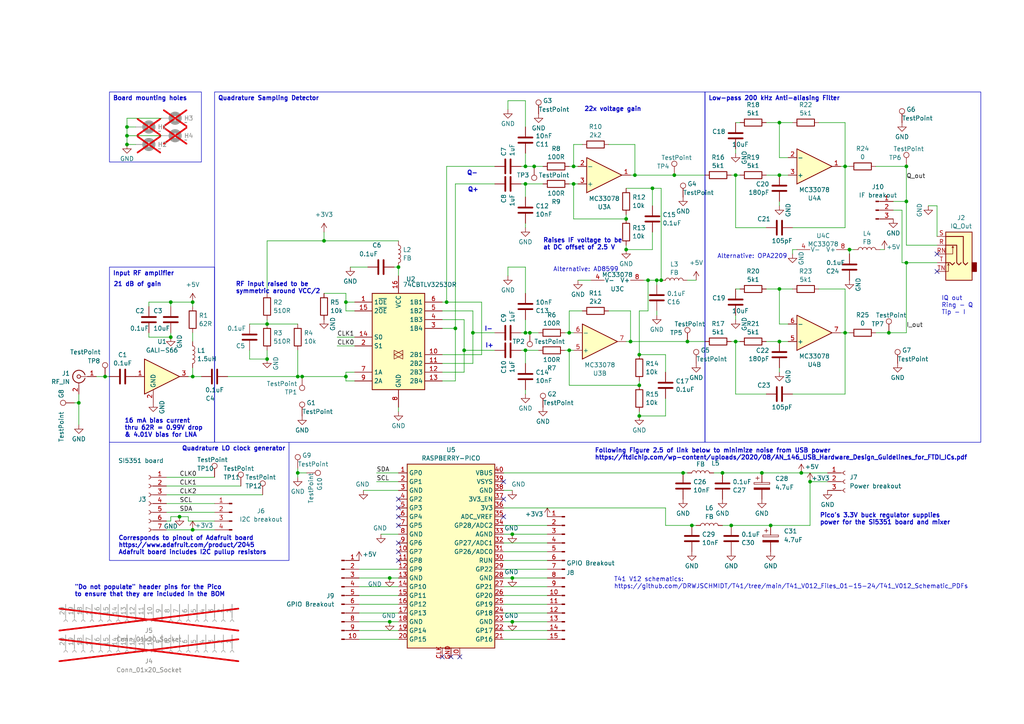
<source format=kicad_sch>
(kicad_sch (version 20231120) (generator "eeschema") (generator_version "8.0")
  (paper "A4")
  (title_block (title "VWS HF SDR") (date "2025-01-06") (rev "V3") (comment 1 "Heavily derived from T41 V12 RF board") (comment 2 "Designed by Oliver KI3P"))
  (junction (at 137.16 96.52))
  (junction (at 182.88 99.06))
  (junction (at 77.47 104.14))
  (junction (at 55.88 109.22))
  (junction (at 232.41 137.16))
  (junction (at 166.37 53.34))
  (junction (at 113.03 167.64))
  (junction (at 200.66 152.4))
  (junction (at 226.06 99.06))
  (junction (at 262.89 48.26))
  (junction (at 226.06 83.82))
  (junction (at 115.57 77.47))
  (junction (at 36.83 41.91))
  (junction (at 77.47 93.98))
  (junction (at 185.42 102.87))
  (junction (at 129.54 87.63))
  (junction (at 185.42 120.65))
  (junction (at 100.33 109.22))
  (junction (at 234.95 139.7))
  (junction (at 245.11 96.52))
  (junction (at 52.07 149.86))
  (junction (at 49.53 87.63))
  (junction (at 199.39 99.06))
  (junction (at 134.62 101.6))
  (junction (at 185.42 111.76))
  (junction (at 226.06 50.8))
  (junction (at 181.61 63.5))
  (junction (at 86.36 137.16))
  (junction (at 195.58 50.8))
  (junction (at 152.4 53.34))
  (junction (at 30.48 109.22))
  (junction (at 55.88 87.63))
  (junction (at 36.83 36.83))
  (junction (at 191.77 81.28))
  (junction (at 113.03 180.34))
  (junction (at 165.1 101.6))
  (junction (at 22.86 116.84))
  (junction (at 226.06 35.56))
  (junction (at 262.89 76.2))
  (junction (at 152.4 48.26))
  (junction (at 198.12 137.16))
  (junction (at 246.38 72.39))
  (junction (at 209.55 137.16))
  (junction (at 212.09 152.4))
  (junction (at 213.36 50.8))
  (junction (at 152.4 101.6))
  (junction (at 148.59 154.94))
  (junction (at 262.89 58.42))
  (junction (at 257.81 96.52))
  (junction (at 190.5 81.28))
  (junction (at 153.67 96.52))
  (junction (at 100.33 87.63))
  (junction (at 189.23 54.61))
  (junction (at 36.83 39.37))
  (junction (at 93.98 69.85))
  (junction (at 165.1 96.52))
  (junction (at 220.98 137.16))
  (junction (at 187.96 81.28))
  (junction (at 166.37 48.26))
  (junction (at 152.4 96.52))
  (junction (at 213.36 99.06))
  (junction (at 148.59 180.34))
  (junction (at 245.11 48.26))
  (junction (at 154.94 48.26))
  (junction (at 132.08 95.25))
  (junction (at 86.36 109.22))
  (junction (at 223.52 152.4))
  (junction (at 87.63 109.22))
  (junction (at 148.59 167.64))
  (junction (at 49.53 97.79))
  (junction (at 55.88 153.67))
  (junction (at 181.61 72.39))
  (junction (at 184.15 50.8))
  (no_connect (at 146.05 139.7))
  (no_connect (at 271.78 78.74))
  (no_connect (at 128.27 190.5))
  (no_connect (at 115.57 152.4))
  (no_connect (at 130.81 190.5))
  (no_connect (at 115.57 144.78))
  (no_connect (at 271.78 73.66))
  (no_connect (at 115.57 160.02))
  (no_connect (at 115.57 147.32))
  (no_connect (at 146.05 144.78))
  (no_connect (at 115.57 157.48))
  (no_connect (at 115.57 149.86))
  (no_connect (at 133.35 190.5))
  (no_connect (at 146.05 149.86))
  (no_connect (at 115.57 162.56))
  (wire (pts (xy 255.27 72.39) (xy 256.54 72.39)))
  (wire (pts (xy 128.27 102.87) (xy 139.7 102.87)))
  (wire (pts (xy 232.41 137.16) (xy 240.03 137.16)))
  (wire (pts (xy 163.83 96.52) (xy 165.1 96.52)))
  (wire (pts (xy 77.47 69.85) (xy 77.47 85.09)))
  (wire (pts (xy 213.36 99.06) (xy 213.36 114.3)))
  (wire (pts (xy 167.64 81.28) (xy 171.45 81.28)))
  (wire (pts (xy 148.59 142.24) (xy 146.05 142.24)))
  (wire (pts (xy 104.14 172.72) (xy 115.57 172.72)))
  (wire (pts (xy 243.84 48.26) (xy 245.11 48.26)))
  (wire (pts (xy 48.26 148.59) (xy 62.23 148.59)))
  (wire (pts (xy 259.08 58.42) (xy 262.89 58.42)))
  (wire (pts (xy 226.06 99.06) (xy 228.6 99.06)))
  (wire (pts (xy 104.14 175.26) (xy 115.57 175.26)))
  (wire (pts (xy 22.86 114.3) (xy 22.86 116.84)))
  (wire (pts (xy 222.25 50.8) (xy 226.06 50.8)))
  (wire (pts (xy 43.18 97.79) (xy 49.53 97.79)))
  (wire (pts (xy 187.96 90.17) (xy 187.96 81.28)))
  (wire (pts (xy 190.5 81.28) (xy 191.77 81.28)))
  (wire (pts (xy 132.08 95.25) (xy 128.27 95.25)))
  (wire (pts (xy 229.87 114.3) (xy 245.11 114.3)))
  (wire (pts (xy 55.88 87.63) (xy 55.88 88.9)))
  (wire (pts (xy 259.08 60.96) (xy 261.62 60.96)))
  (wire (pts (xy 148.59 154.94) (xy 158.75 154.94)))
  (wire (pts (xy 115.57 118.11) (xy 115.57 119.38)))
  (wire (pts (xy 48.26 153.67) (xy 55.88 153.67)))
  (wire (pts (xy 151.13 96.52) (xy 152.4 96.52)))
  (wire (pts (xy 146.05 172.72) (xy 158.75 172.72)))
  (wire (pts (xy 165.1 101.6) (xy 165.1 111.76)))
  (wire (pts (xy 223.52 152.4) (xy 234.95 152.4)))
  (wire (pts (xy 128.27 110.49) (xy 132.08 110.49)))
  (wire (pts (xy 22.86 116.84) (xy 21.59 116.84)))
  (wire (pts (xy 245.11 66.04) (xy 245.11 48.26)))
  (wire (pts (xy 271.78 59.69) (xy 269.24 59.69)))
  (wire (pts (xy 193.04 120.65) (xy 185.42 120.65)))
  (wire (pts (xy 213.36 50.8) (xy 214.63 50.8)))
  (wire (pts (xy 228.6 45.72) (xy 226.06 45.72)))
  (wire (pts (xy 199.39 81.28) (xy 201.93 81.28)))
  (wire (pts (xy 128.27 87.63) (xy 129.54 87.63)))
  (wire (pts (xy 237.49 83.82) (xy 245.11 83.82)))
  (wire (pts (xy 165.1 111.76) (xy 185.42 111.76)))
  (wire (pts (xy 132.08 110.49) (xy 132.08 95.25)))
  (wire (pts (xy 220.98 137.16) (xy 232.41 137.16)))
  (wire (pts (xy 237.49 35.56) (xy 245.11 35.56)))
  (wire (pts (xy 49.53 87.63) (xy 55.88 87.63)))
  (wire (pts (xy 153.67 96.52) (xy 156.21 96.52)))
  (wire (pts (xy 190.5 90.17) (xy 190.5 91.44)))
  (wire (pts (xy 100.33 87.63) (xy 100.33 90.17)))
  (wire (pts (xy 115.57 77.47) (xy 115.57 80.01)))
  (wire (pts (xy 184.15 50.8) (xy 195.58 50.8)))
  (wire (pts (xy 52.07 149.86) (xy 54.61 149.86)))
  (wire (pts (xy 166.37 63.5) (xy 166.37 53.34)))
  (wire (pts (xy 143.51 48.26) (xy 129.54 48.26)))
  (wire (pts (xy 152.4 44.45) (xy 152.4 48.26)))
  (wire (pts (xy 213.36 114.3) (xy 222.25 114.3)))
  (wire (pts (xy 165.1 90.17) (xy 165.1 96.52)))
  (wire (pts (xy 77.47 101.6) (xy 77.47 104.14)))
  (wire (pts (xy 87.63 109.22) (xy 100.33 109.22)))
  (wire (pts (xy 213.36 83.82) (xy 214.63 83.82)))
  (wire (pts (xy 229.87 66.04) (xy 245.11 66.04)))
  (wire (pts (xy 226.06 35.56) (xy 229.87 35.56)))
  (wire (pts (xy 213.36 43.18) (xy 213.36 44.45)))
  (wire (pts (xy 49.53 149.86) (xy 49.53 151.13)))
  (wire (pts (xy 49.53 87.63) (xy 49.53 88.9)))
  (wire (pts (xy 245.11 48.26) (xy 246.38 48.26)))
  (wire (pts (xy 228.6 93.98) (xy 226.06 93.98)))
  (wire (pts (xy 245.11 96.52) (xy 246.38 96.52)))
  (wire (pts (xy 254 96.52) (xy 257.81 96.52)))
  (wire (pts (xy 200.66 152.4) (xy 201.93 152.4)))
  (wire (pts (xy 222.25 99.06) (xy 226.06 99.06)))
  (wire (pts (xy 176.53 41.91) (xy 184.15 41.91)))
  (wire (pts (xy 86.36 101.6) (xy 86.36 109.22)))
  (wire (pts (xy 146.05 182.88) (xy 158.75 182.88)))
  (wire (pts (xy 234.95 139.7) (xy 240.03 139.7)))
  (wire (pts (xy 109.22 139.7) (xy 115.57 139.7)))
  (wire (pts (xy 199.39 99.06) (xy 204.47 99.06)))
  (wire (pts (xy 152.4 29.21) (xy 152.4 36.83)))
  (wire (pts (xy 134.62 92.71) (xy 128.27 92.71)))
  (wire (pts (xy 148.59 167.64) (xy 146.05 167.64)))
  (wire (pts (xy 104.14 185.42) (xy 115.57 185.42)))
  (wire (pts (xy 43.18 87.63) (xy 49.53 87.63)))
  (wire (pts (xy 104.14 167.64) (xy 113.03 167.64)))
  (wire (pts (xy 226.06 106.68) (xy 226.06 107.95)))
  (wire (pts (xy 132.08 53.34) (xy 132.08 95.25)))
  (wire (pts (xy 154.94 48.26) (xy 157.48 48.26)))
  (wire (pts (xy 36.83 41.91) (xy 39.37 41.91)))
  (wire (pts (xy 158.75 167.64) (xy 148.59 167.64)))
  (wire (pts (xy 257.81 96.52) (xy 262.89 96.52)))
  (wire (pts (xy 49.53 96.52) (xy 49.53 97.79)))
  (wire (pts (xy 166.37 63.5) (xy 181.61 63.5)))
  (wire (pts (xy 129.54 87.63) (xy 139.7 87.63)))
  (wire (pts (xy 27.94 109.22) (xy 30.48 109.22)))
  (wire (pts (xy 207.01 137.16) (xy 209.55 137.16)))
  (wire (pts (xy 152.4 53.34) (xy 157.48 53.34)))
  (wire (pts (xy 229.87 72.39) (xy 229.87 73.66)))
  (wire (pts (xy 146.05 177.8) (xy 158.75 177.8)))
  (wire (pts (xy 104.14 170.18) (xy 115.57 170.18)))
  (wire (pts (xy 102.87 87.63) (xy 100.33 87.63)))
  (wire (pts (xy 193.04 147.32) (xy 193.04 152.4)))
  (wire (pts (xy 234.95 139.7) (xy 234.95 152.4)))
  (wire (pts (xy 193.04 102.87) (xy 185.42 102.87)))
  (wire (pts (xy 146.05 152.4) (xy 158.75 152.4)))
  (wire (pts (xy 104.14 180.34) (xy 113.03 180.34)))
  (wire (pts (xy 152.4 77.47) (xy 152.4 85.09)))
  (wire (pts (xy 246.38 72.39) (xy 246.38 73.66)))
  (wire (pts (xy 189.23 67.31) (xy 189.23 72.39)))
  (wire (pts (xy 97.79 97.79) (xy 102.87 97.79)))
  (wire (pts (xy 55.88 106.68) (xy 55.88 109.22)))
  (wire (pts (xy 262.89 48.26) (xy 262.89 58.42)))
  (wire (pts (xy 134.62 101.6) (xy 143.51 101.6)))
  (wire (pts (xy 262.89 76.2) (xy 262.89 96.52)))
  (wire (pts (xy 185.42 102.87) (xy 185.42 90.17)))
  (wire (pts (xy 137.16 105.41) (xy 137.16 96.52)))
  (wire (pts (xy 226.06 50.8) (xy 228.6 50.8)))
  (wire (pts (xy 182.88 99.06) (xy 199.39 99.06)))
  (wire (pts (xy 72.39 93.98) (xy 77.47 93.98)))
  (wire (pts (xy 55.88 153.67) (xy 62.23 153.67)))
  (wire (pts (xy 36.83 39.37) (xy 46.99 39.37)))
  (wire (pts (xy 48.26 140.97) (xy 69.85 140.97)))
  (wire (pts (xy 146.05 162.56) (xy 158.75 162.56)))
  (wire (pts (xy 152.4 113.03) (xy 152.4 114.3)))
  (wire (pts (xy 36.83 34.29) (xy 36.83 36.83)))
  (wire (pts (xy 226.06 83.82) (xy 229.87 83.82)))
  (wire (pts (xy 110.49 154.94) (xy 115.57 154.94)))
  (wire (pts (xy 168.91 90.17) (xy 165.1 90.17)))
  (wire (pts (xy 245.11 35.56) (xy 245.11 48.26)))
  (wire (pts (xy 212.09 99.06) (xy 213.36 99.06)))
  (wire (pts (xy 36.83 39.37) (xy 36.83 41.91)))
  (wire (pts (xy 147.32 80.01) (xy 147.32 77.47)))
  (wire (pts (xy 213.36 91.44) (xy 213.36 92.71)))
  (wire (pts (xy 77.47 93.98) (xy 86.36 93.98)))
  (wire (pts (xy 226.06 93.98) (xy 226.06 83.82)))
  (wire (pts (xy 104.14 165.1) (xy 115.57 165.1)))
  (wire (pts (xy 54.61 109.22) (xy 55.88 109.22)))
  (wire (pts (xy 86.36 137.16) (xy 88.9 137.16)))
  (wire (pts (xy 100.33 85.09) (xy 93.98 85.09)))
  (wire (pts (xy 165.1 96.52) (xy 166.37 96.52)))
  (wire (pts (xy 222.25 83.82) (xy 226.06 83.82)))
  (wire (pts (xy 105.41 142.24) (xy 115.57 142.24)))
  (wire (pts (xy 261.62 76.2) (xy 262.89 76.2)))
  (wire (pts (xy 185.42 90.17) (xy 187.96 90.17)))
  (wire (pts (xy 146.05 160.02) (xy 158.75 160.02)))
  (wire (pts (xy 77.47 92.71) (xy 77.47 93.98)))
  (wire (pts (xy 43.18 88.9) (xy 43.18 87.63)))
  (wire (pts (xy 212.09 50.8) (xy 213.36 50.8)))
  (wire (pts (xy 147.32 29.21) (xy 152.4 29.21)))
  (wire (pts (xy 86.36 135.89) (xy 86.36 137.16)))
  (wire (pts (xy 134.62 107.95) (xy 134.62 101.6)))
  (wire (pts (xy 128.27 90.17) (xy 137.16 90.17)))
  (wire (pts (xy 168.91 41.91) (xy 166.37 41.91)))
  (wire (pts (xy 163.83 101.6) (xy 165.1 101.6)))
  (wire (pts (xy 151.13 48.26) (xy 152.4 48.26)))
  (wire (pts (xy 152.4 92.71) (xy 152.4 96.52)))
  (wire (pts (xy 166.37 48.26) (xy 167.64 48.26)))
  (wire (pts (xy 195.58 50.8) (xy 204.47 50.8)))
  (wire (pts (xy 54.61 151.13) (xy 54.61 149.86)))
  (wire (pts (xy 114.3 77.47) (xy 115.57 77.47)))
  (wire (pts (xy 193.04 115.57) (xy 193.04 120.65)))
  (wire (pts (xy 190.5 81.28) (xy 190.5 82.55)))
  (wire (pts (xy 187.96 81.28) (xy 190.5 81.28)))
  (wire (pts (xy 55.88 109.22) (xy 58.42 109.22)))
  (wire (pts (xy 212.09 152.4) (xy 223.52 152.4)))
  (wire (pts (xy 165.1 48.26) (xy 166.37 48.26)))
  (wire (pts (xy 55.88 96.52) (xy 55.88 99.06)))
  (wire (pts (xy 152.4 96.52) (xy 153.67 96.52)))
  (wire (pts (xy 271.78 68.58) (xy 271.78 59.69)))
  (wire (pts (xy 262.89 58.42) (xy 262.89 71.12)))
  (wire (pts (xy 22.86 116.84) (xy 22.86 123.19)))
  (wire (pts (xy 152.4 53.34) (xy 152.4 57.15)))
  (wire (pts (xy 152.4 64.77) (xy 152.4 66.04)))
  (wire (pts (xy 104.14 182.88) (xy 115.57 182.88)))
  (wire (pts (xy 148.59 180.34) (xy 146.05 180.34)))
  (wire (pts (xy 158.75 180.34) (xy 148.59 180.34)))
  (wire (pts (xy 104.14 177.8) (xy 115.57 177.8)))
  (wire (pts (xy 182.88 99.06) (xy 181.61 99.06)))
  (wire (pts (xy 97.79 100.33) (xy 102.87 100.33)))
  (wire (pts (xy 48.26 146.05) (xy 62.23 146.05)))
  (wire (pts (xy 129.54 48.26) (xy 129.54 87.63)))
  (wire (pts (xy 189.23 54.61) (xy 191.77 54.61)))
  (wire (pts (xy 143.51 53.34) (xy 132.08 53.34)))
  (wire (pts (xy 128.27 105.41) (xy 137.16 105.41)))
  (wire (pts (xy 100.33 107.95) (xy 102.87 107.95)))
  (wire (pts (xy 166.37 53.34) (xy 167.64 53.34)))
  (wire (pts (xy 231.14 72.39) (xy 229.87 72.39)))
  (wire (pts (xy 193.04 152.4) (xy 200.66 152.4)))
  (wire (pts (xy 151.13 53.34) (xy 152.4 53.34)))
  (wire (pts (xy 165.1 101.6) (xy 166.37 101.6)))
  (wire (pts (xy 222.25 35.56) (xy 226.06 35.56)))
  (wire (pts (xy 181.61 62.23) (xy 181.61 63.5)))
  (wire (pts (xy 72.39 104.14) (xy 77.47 104.14)))
  (wire (pts (xy 86.36 137.16) (xy 86.36 138.43)))
  (wire (pts (xy 152.4 48.26) (xy 154.94 48.26)))
  (wire (pts (xy 49.53 149.86) (xy 52.07 149.86)))
  (wire (pts (xy 261.62 60.96) (xy 261.62 76.2)))
  (wire (pts (xy 109.22 137.16) (xy 115.57 137.16)))
  (wire (pts (xy 86.36 109.22) (xy 87.63 109.22)))
  (wire (pts (xy 100.33 109.22) (xy 100.33 107.95)))
  (wire (pts (xy 271.78 71.12) (xy 262.89 71.12)))
  (wire (pts (xy 254 48.26) (xy 262.89 48.26)))
  (wire (pts (xy 146.05 154.94) (xy 148.59 154.94)))
  (wire (pts (xy 182.88 90.17) (xy 182.88 99.06)))
  (wire (pts (xy 49.53 151.13) (xy 48.26 151.13)))
  (wire (pts (xy 184.15 50.8) (xy 182.88 50.8)))
  (wire (pts (xy 209.55 152.4) (xy 212.09 152.4)))
  (wire (pts (xy 134.62 101.6) (xy 134.62 92.71)))
  (wire (pts (xy 185.42 119.38) (xy 185.42 120.65)))
  (wire (pts (xy 185.42 110.49) (xy 185.42 111.76)))
  (wire (pts (xy 226.06 58.42) (xy 226.06 59.69)))
  (wire (pts (xy 189.23 72.39) (xy 181.61 72.39)))
  (wire (pts (xy 213.36 35.56) (xy 214.63 35.56)))
  (wire (pts (xy 113.03 167.64) (xy 115.57 167.64)))
  (wire (pts (xy 43.18 96.52) (xy 43.18 97.79)))
  (wire (pts (xy 147.32 31.75) (xy 147.32 29.21)))
  (wire (pts (xy 262.89 76.2) (xy 271.78 76.2)))
  (wire (pts (xy 245.11 83.82) (xy 245.11 96.52)))
  (wire (pts (xy 193.04 107.95) (xy 193.04 102.87)))
  (wire (pts (xy 152.4 101.6) (xy 152.4 105.41)))
  (wire (pts (xy 213.36 99.06) (xy 214.63 99.06)))
  (wire (pts (xy 226.06 45.72) (xy 226.06 35.56)))
  (wire (pts (xy 191.77 54.61) (xy 191.77 81.28)))
  (wire (pts (xy 66.04 109.22) (xy 86.36 109.22)))
  (wire (pts (xy 147.32 77.47) (xy 152.4 77.47)))
  (wire (pts (xy 113.03 180.34) (xy 115.57 180.34)))
  (wire (pts (xy 72.39 104.14) (xy 72.39 101.6)))
  (wire (pts (xy 31.75 109.22) (xy 30.48 109.22)))
  (wire (pts (xy 146.05 170.18) (xy 158.75 170.18)))
  (wire (pts (xy 139.7 102.87) (xy 139.7 87.63)))
  (wire (pts (xy 77.47 69.85) (xy 93.98 69.85)))
  (wire (pts (xy 213.36 66.04) (xy 213.36 50.8)))
  (wire (pts (xy 46.99 34.29) (xy 36.83 34.29)))
  (wire (pts (xy 186.69 81.28) (xy 187.96 81.28)))
  (wire (pts (xy 198.12 137.16) (xy 199.39 137.16)))
  (wire (pts (xy 209.55 137.16) (xy 220.98 137.16)))
  (wire (pts (xy 100.33 110.49) (xy 100.33 109.22)))
  (wire (pts (xy 36.83 36.83) (xy 36.83 39.37)))
  (wire (pts (xy 166.37 41.91) (xy 166.37 48.26)))
  (wire (pts (xy 128.27 107.95) (xy 134.62 107.95)))
  (wire (pts (xy 146.05 137.16) (xy 198.12 137.16)))
  (wire (pts (xy 146.05 175.26) (xy 158.75 175.26)))
  (wire (pts (xy 100.33 87.63) (xy 100.33 85.09)))
  (wire (pts (xy 39.37 36.83) (xy 36.83 36.83)))
  (wire (pts (xy 181.61 71.12) (xy 181.61 72.39)))
  (wire (pts (xy 243.84 96.52) (xy 245.11 96.52)))
  (wire (pts (xy 62.23 151.13) (xy 54.61 151.13)))
  (wire (pts (xy 165.1 53.34) (xy 166.37 53.34)))
  (wire (pts (xy 48.26 143.51) (xy 76.2 143.51)))
  (wire (pts (xy 137.16 96.52) (xy 143.51 96.52)))
  (wire (pts (xy 146.05 147.32) (xy 193.04 147.32)))
  (wire (pts (xy 146.05 165.1) (xy 158.75 165.1)))
  (wire (pts (xy 151.13 101.6) (xy 152.4 101.6)))
  (wire (pts (xy 184.15 41.91) (xy 184.15 50.8)))
  (wire (pts (xy 93.98 67.31) (xy 93.98 69.85)))
  (wire (pts (xy 189.23 54.61) (xy 189.23 59.69)))
  (wire (pts (xy 137.16 96.52) (xy 137.16 90.17)))
  (wire (pts (xy 176.53 90.17) (xy 182.88 90.17)))
  (wire (pts (xy 222.25 66.04) (xy 213.36 66.04)))
  (wire (pts (xy 93.98 69.85) (xy 115.57 69.85)))
  (wire (pts (xy 181.61 54.61) (xy 189.23 54.61)))
  (wire (pts (xy 146.05 157.48) (xy 158.75 157.48)))
  (wire (pts (xy 146.05 185.42) (xy 158.75 185.42)))
  (wire (pts (xy 102.87 110.49) (xy 100.33 110.49)))
  (wire (pts (xy 245.11 114.3) (xy 245.11 96.52)))
  (wire (pts (xy 246.38 72.39) (xy 247.65 72.39)))
  (wire (pts (xy 48.26 138.43) (xy 62.23 138.43)))
  (wire (pts (xy 101.6 77.47) (xy 106.68 77.47)))
  (wire (pts (xy 152.4 101.6) (xy 156.21 101.6)))
  (wire (pts (xy 100.33 90.17) (xy 102.87 90.17)))
  (text_box "Quadrature LO clock generator" (at 31.75 128.27 0) (size 52.07 34.29) (effects (font (size 1.27 1.27) (thickness 0.254) (bold yes)) (justify right top)))
  (text_box "Low-pass 200 kHz Anti-aliasing Filter" (at 204.47 26.67 0) (size 80.01 101.6) (effects (font (size 1.27 1.27) (thickness 0.254) (bold yes)) (justify left top)))
  (text_box "Quadrature Sampling Detector" (at 62.23 26.67 0) (size 142.24 101.6) (effects (font (size 1.27 1.27) (thickness 0.254) (bold yes)) (justify left top)))
  (text_box "Input RF amplifier" (at 31.75 77.47 0) (size 30.48 50.8) (effects (font (size 1.27 1.27) (thickness 0.254) (bold yes)) (justify left top)))
  (text_box "Board mounting holes" (at 31.75 26.67 0) (size 26.67 20.32) (effects (font (size 1.27 1.27) (thickness 0.254) (bold yes)) (justify left top)))
  (text "Q+" (at 135.636 55.118 0) (effects (font (size 1.27 1.27) (thickness 0.254) (bold yes)) (justify left)))
  (text "Raises IF voltage to be \nat DC offset of 2.5 V" (at 157.48 70.866 0) (effects (font (size 1.27 1.27) (thickness 0.254) (bold yes)) (justify left)))
  (text "T41 V12 schematics:\nhttps://github.com/DRWJSCHMIDT/T41/tree/main/T41_V012_Files_01-15-24/T41_V012_Schematic_PDFs" (at 178.054 169.164 0) (effects (font (size 1.27 1.27)) (justify left)))
  (text "Following Figure 2.5 of link below to minimize noise from USB power\nhttps://ftdichip.com/wp-content/uploads/2020/08/AN_146_USB_Hardware_Design_Guidelines_for_FTDI_ICs.pdf" (at 172.466 131.826 0) (effects (font (size 1.27 1.27) (thickness 0.254) (bold yes)) (justify left)))
  (text "Q-" (at 135.382 50.292 0) (effects (font (size 1.27 1.27) (thickness 0.254) (bold yes)) (justify left)))
  (text "Pico's 3.3V buck regulator supplies \npower for the Si5351 board and mixer" (at 237.744 150.622 0) (effects (font (size 1.27 1.27) (thickness 0.254) (bold yes)) (justify left)))
  (text "Alternative: OPA2209" (at 218.186 74.422 0) (effects (font (size 1.27 1.27))))
  (text "21 dB of gain" (at 39.878 82.55 0) (effects (font (size 1.27 1.27) (thickness 0.254) (bold yes))))
  (text "Alternative: AD8599" (at 169.926 78.232 0) (effects (font (size 1.27 1.27))))
  (text "I-" (at 140.462 95.504 0) (effects (font (size 1.27 1.27) (thickness 0.254) (bold yes)) (justify left)))
  (text "\"Do not populate\" header pins for the Pico\nto ensure that they are included in the BOM" (at 21.59 171.45 0) (effects (font (size 1.27 1.27) (thickness 0.254) (bold yes)) (justify left)))
  (text "16 mA bias current\nthru 62R = 0.99V drop\n& 4.01V bias for LNA" (at 36.068 124.206 0) (effects (font (size 1.27 1.27) (thickness 0.254) (bold yes)) (justify left)))
  (text "I+" (at 140.716 100.33 0) (effects (font (size 1.27 1.27) (thickness 0.254) (bold yes)) (justify left)))
  (text "IQ out\nRing - Q\nTip - I" (at 273.05 91.44 0) (effects (font (size 1.27 1.27)) (justify left bottom)))
  (text "22x voltage gain" (at 169.418 31.75 0) (effects (font (size 1.27 1.27) (thickness 0.254) (bold yes)) (justify left)))
  (text "RF input raised to be \nsymmetric around VCC/2" (at 68.326 83.566 0) (effects (font (size 1.27 1.27) (thickness 0.254) (bold yes)) (justify left)))
  (text "Corresponds to pinout of Adafruit board\nhttps://www.adafruit.com/product/2045\nAdafruit board includes I2C pullup resistors" (at 34.29 158.242 0) (effects (font (size 1.27 1.27) (thickness 0.254) (bold yes)) (justify left)))
  (label "CLK2" (at 52.07 143.51 0))
  (label "I_out" (at 262.89 95.25 0))
  (label "SCL" (at 52.07 146.05 0))
  (label "CLK1" (at 52.07 140.97 0))
  (label "SDA" (at 52.07 148.59 0))
  (label "SCL" (at 109.22 139.7 0))
  (label "Q_out" (at 262.89 52.07 0))
  (label "SDA" (at 109.22 137.16 0))
  (label "CLK1" (at 97.79 97.79 0))
  (label "CLK0" (at 52.07 138.43 0))
  (label "CLK0" (at 97.79 100.33 0))
  (symbol (lib_id "Device:L") (at 251.46 72.39 90) (unit 1)
    (property "Reference" "L4" (at 251.46 67.7404 90))
    (property "Value" "FB" (at 251.46 70.1646 90))
    (property "Footprint" "Resistor_SMD:R_1206_3216Metric_Pad1.30x1.75mm_HandSolder" (effects (hide yes)))
    (property "Mouser Part Number" "875-HZ1206E601R-10" (effects (hide yes)))
  )
  (symbol (lib_id "Connector:Conn_Coaxial") (at 22.86 109.22 0) (mirror y) (unit 1)
    (property "Reference" "J1" (at 20.3199 108.3011 0) (effects (justify left)))
    (property "Value" "RF_IN" (at 20.3199 110.7253 0) (effects (justify left)))
    (property "Footprint" "VWS-SDR:SMA_Vertical_and_Edgemount" (effects (hide yes)))
    (property "Mouser Part Number" "712-CONSMA001-G" (effects (hide yes)))
  )
  (symbol (lib_id "power:GND") (at 240.03 142.24 0) (unit 1)
    (property "Reference" "#PWR051" (effects (hide yes)))
    (property "Value" "GND" (at 240.03 146.3731 0))
  )
  (symbol (lib_id "Device:L") (at 205.74 152.4 90) (unit 1)
    (property "Reference" "L6" (at 205.74 147.32 90))
    (property "Value" "FB" (at 205.74 149.86 90))
    (property "Footprint" "Resistor_SMD:R_1206_3216Metric_Pad1.30x1.75mm_HandSolder" (effects (hide yes)))
    (property "Mouser Part Number" "875-HZ1206E601R-10" (effects (hide yes)))
  )
  (symbol (lib_id "power:GND") (at 49.53 97.79 0) (unit 1)
    (property "Reference" "#PWR04" (effects (hide yes)))
    (property "Value" "GND" (at 52.07 99.06 90))
  )
  (symbol (lib_id "power:GND") (at 212.09 160.02 0) (unit 1)
    (property "Reference" "#PWR046" (effects (hide yes)))
    (property "Value" "GND" (at 212.09 164.1531 0))
  )
  (symbol (lib_id "Device:R") (at 208.28 50.8 90) (unit 1)
    (property "Reference" "R16" (at 208.28 45.6397 90))
    (property "Value" "5k1" (at 208.28 48.0639 90))
    (property "Footprint" "Resistor_SMD:R_1206_3216Metric_Pad1.30x1.75mm_HandSolder" (effects (hide yes)))
    (property "Mouser Part Number" "652-CR1206JW-512ELF" (effects (hide yes)))
  )
  (symbol (lib_id "power:GND") (at 77.47 104.14 0) (unit 1)
    (property "Reference" "#PWR06" (effects (hide yes)))
    (property "Value" "GND" (at 80.01 105.41 90))
  )
  (symbol (lib_id "Device:R") (at 185.42 115.57 0) (mirror y) (unit 1)
    (property "Reference" "R15" (at 187.198 114.3579 0) (effects (justify right)))
    (property "Value" "10k" (at 187.198 116.7821 0) (effects (justify right)))
    (property "Footprint" "Resistor_SMD:R_1206_3216Metric_Pad1.30x1.75mm_HandSolder" (effects (hide yes)))
    (property "Mouser Part Number" "652-CR1206FX-1002ELF" (effects (hide yes)))
  )
  (symbol (lib_id "Device:C") (at 213.36 87.63 0) (mirror x) (unit 1)
    (property "Reference" "C19" (at 210.439 86.4179 0) (effects (justify right)))
    (property "Value" "10uF" (at 217.17 90.17 0) (effects (justify right)))
    (property "Footprint" "Capacitor_SMD:C_1206_3216Metric_Pad1.33x1.80mm_HandSolder" (effects (hide yes)))
    (property "Mouser Part Number" "80-C1206C106K4P" (effects (hide yes)))
  )
  (symbol (lib_id "Amplifier_Operational:MC33078") (at 236.22 48.26 0) (mirror x) (unit 1)
    (property "Reference" "U4" (at 236.22 57.4843 0))
    (property "Value" "MC33078" (at 236.22 55.0601 0))
    (property "Footprint" "Package_SO:SOIC-8_3.9x4.9mm_P1.27mm" (effects (hide yes)))
    (property "Datasheet" "https://www.onsemi.com/pub/Collateral/MC33078-D.PDF" (effects (hide yes)))
    (property "Mouser Part Number" "595-MC33078DR" (effects (hide yes)))
  )
  (symbol (lib_id "power:GND") (at 113.03 180.34 0) (unit 1)
    (property "Reference" "#PWR040" (effects (hide yes)))
    (property "Value" "GND" (at 112.776 178.562 0))
  )
  (symbol (lib_id "power:GND") (at 185.42 120.65 0) (unit 1)
    (property "Reference" "#PWR020" (effects (hide yes)))
    (property "Value" "GND" (at 185.42 124.7831 0))
  )
  (symbol (lib_id "power:GND") (at 229.87 73.66 0) (unit 1)
    (property "Reference" "#PWR029" (effects (hide yes)))
    (property "Value" "GND" (at 232.41 74.93 90))
  )
  (symbol (lib_id "Device:C") (at 110.49 77.47 90) (mirror x) (unit 1)
    (property "Reference" "C6" (at 107.95 71.12 90) (effects (justify right)))
    (property "Value" "0.1uF" (at 104.14 73.66 90) (effects (justify right)))
    (property "Footprint" "Capacitor_SMD:C_1206_3216Metric_Pad1.33x1.80mm_HandSolder" (effects (hide yes)))
    (property "Mouser Part Number" "C1206C104K5RACTU" (effects (hide yes)))
  )
  (symbol (lib_id "Connector:TestPoint") (at 154.94 48.26 0) (mirror x) (unit 1)
    (property "Reference" "TP3" (at 149.86 50.8 0) (effects (justify left)))
    (property "Value" "TestPoint" (at 156.21 50.8 0) (effects (justify left)))
    (property "Footprint" "Connector_PinHeader_2.54mm:PinHeader_1x01_P2.54mm_Vertical" (effects (hide yes)))
  )
  (symbol (lib_id "power:GND") (at 181.61 72.39 0) (unit 1)
    (property "Reference" "#PWR019" (effects (hide yes)))
    (property "Value" "GND" (at 181.61 76.5231 0))
  )
  (symbol (lib_id "Amplifier_Operational:MC33078") (at 173.99 99.06 0) (mirror x) (unit 2)
    (property "Reference" "U3" (at 173.99 108.2843 0))
    (property "Value" "MC33078" (at 173.99 105.8601 0))
    (property "Footprint" "Package_SO:SOIC-8_3.9x4.9mm_P1.27mm" (effects (hide yes)))
    (property "Datasheet" "https://www.onsemi.com/pub/Collateral/MC33078-D.PDF" (effects (hide yes)))
    (property "Mouser Part Number" "595-MC33078DR" (effects (hide yes)))
  )
  (symbol (lib_id "Connector:TestPoint") (at 30.48 109.22 0) (mirror y) (unit 1)
    (property "Reference" "TP8" (at 29.083 104.7059 0) (effects (justify left)))
    (property "Value" "TestPoint" (at 29.21 102.108 0) (effects (justify left)))
    (property "Footprint" "Connector_PinHeader_2.54mm:PinHeader_1x01_P2.54mm_Vertical" (effects (hide yes)))
  )
  (symbol (lib_id "power:GND") (at 209.55 144.78 0) (unit 1)
    (property "Reference" "#PWR048" (effects (hide yes)))
    (property "Value" "GND" (at 209.55 148.9131 0))
  )
  (symbol (lib_id "Device:C") (at 209.55 140.97 0) (mirror y) (unit 1)
    (property "Reference" "C27" (at 212.471 142.1821 0) (effects (justify right)))
    (property "Value" "0.1uF" (at 212.471 139.7579 0) (effects (justify right)))
    (property "Footprint" "Capacitor_SMD:C_1206_3216Metric_Pad1.33x1.80mm_HandSolder" (effects (hide yes)))
    (property "Mouser Part Number" "C1206C104K5RACTU" (effects (hide yes)))
  )
  (symbol (lib_id "power:GND") (at 36.83 41.91 0) (unit 1)
    (property "Reference" "#PWR03" (effects (hide yes)))
    (property "Value" "GND" (at 36.83 46.0431 0))
  )
  (symbol (lib_id "power:GND") (at 44.45 116.84 0) (unit 1)
    (property "Reference" "#PWR02" (effects (hide yes)))
    (property "Value" "GND" (at 46.99 118.11 90))
  )
  (symbol (lib_id "Connector:TestPoint") (at 261.62 35.56 0) (unit 1)
    (property "Reference" "G6" (at 262.89 31.75 0) (effects (justify left)))
    (property "Value" "TestPoint" (at 261.62 34.29 0) (effects (justify left)))
    (property "Footprint" "Connector_PinHeader_2.54mm:PinHeader_1x01_P2.54mm_Vertical" (effects (hide yes)))
  )
  (symbol (lib_id "power:GND") (at 260.35 105.41 0) (unit 1)
    (property "Reference" "#PWR032" (effects (hide yes)))
    (property "Value" "GND" (at 260.35 109.5431 0))
  )
  (symbol (lib_id "Device:C") (at 246.38 77.47 0) (unit 1)
    (property "Reference" "C24" (at 243.459 78.6821 0) (effects (justify right)))
    (property "Value" "0.1uF" (at 245.11 76.2 0) (effects (justify right)))
    (property "Footprint" "Capacitor_SMD:C_1206_3216Metric_Pad1.33x1.80mm_HandSolder" (effects (hide yes)))
    (property "Mouser Part Number" "C1206C104K5RACTU" (effects (hide yes)))
  )
  (symbol (lib_id "Device:L") (at 55.88 102.87 0) (unit 1)
    (property "Reference" "L1" (at 57.1473 101.6579 0) (effects (justify left)))
    (property "Value" "1.5uH" (at 57.1473 104.0821 0) (effects (justify left)))
    (property "Footprint" "Resistor_SMD:R_1206_3216Metric_Pad1.30x1.75mm_HandSolder" (effects (hide yes)))
    (property "Mouser Part Number" "81-LQM31PN1R5M00L" (effects (hide yes)))
  )
  (symbol (lib_id "power:GND") (at 148.59 142.24 0) (unit 1)
    (property "Reference" "#PWR041" (effects (hide yes)))
    (property "Value" "GND" (at 150.368 140.462 0))
  )
  (symbol (lib_id "power:GND") (at 198.12 144.78 0) (unit 1)
    (property "Reference" "#PWR047" (effects (hide yes)))
    (property "Value" "GND" (at 198.12 148.9131 0))
  )
  (symbol (lib_id "Device:C_Polarized") (at 223.52 156.21 0) (unit 1)
    (property "Reference" "C31" (at 227.33 154.0509 0) (effects (justify left)))
    (property "Value" "4.7uF" (at 227.33 156.5909 0) (effects (justify left)))
    (property "Footprint" "Capacitor_THT:CP_Radial_D5.0mm_P2.00mm" (effects (hide yes)))
    (property "Description" "Polarized capacitor" (effects (hide yes)))
    (property "Mouser Part Number" " 80-ESK475M016AC3AA" (effects (hide yes)))
  )
  (symbol (lib_id "Connector:TestPoint") (at 199.39 99.06 0) (unit 1)
    (property "Reference" "TP5" (at 194.31 96.52 0) (effects (justify left)))
    (property "Value" "TestPoint" (at 195.58 93.98 0) (effects (justify left)))
    (property "Footprint" "Connector_PinHeader_2.54mm:PinHeader_1x01_P2.54mm_Vertical" (effects (hide yes)))
  )
  (symbol (lib_id "power:GND") (at 223.52 160.02 0) (unit 1)
    (property "Reference" "#PWR053" (effects (hide yes)))
    (property "Value" "GND" (at 223.52 164.1531 0))
  )
  (symbol (lib_id "power:+3V3") (at 234.95 139.7 0) (unit 1)
    (property "Reference" "#PWR050" (effects (hide yes)))
    (property "Value" "+3V3" (at 237.998 138.684 0))
  )
  (symbol (lib_id "power:GND") (at 190.5 91.44 0) (unit 1)
    (property "Reference" "#PWR021" (effects (hide yes)))
    (property "Value" "GND" (at 190.5 95.5731 0))
  )
  (symbol (lib_id "Connector:TestPoint") (at 156.21 33.02 0) (unit 1)
    (property "Reference" "G3" (at 157.48 29.21 0) (effects (justify left)))
    (property "Value" "TestPoint" (at 156.21 31.75 0) (effects (justify left)))
    (property "Footprint" "Connector_PinHeader_2.54mm:PinHeader_1x01_P2.54mm_Vertical" (effects (hide yes)))
  )
  (symbol (lib_id "Device:C") (at 147.32 53.34 270) (mirror x) (unit 1)
    (property "Reference" "C8" (at 146.1079 56.261 0) (effects (justify right)))
    (property "Value" "1uF" (at 148.5321 56.261 0) (effects (justify right)))
    (property "Footprint" "Capacitor_SMD:C_1206_3216Metric_Pad1.33x1.80mm_HandSolder" (effects (hide yes)))
    (property "Mouser Part Number" "187-CL31B105KBHNNNE" (effects (hide yes)))
  )
  (symbol (lib_id "Device:R") (at 181.61 58.42 0) (unit 1)
    (property "Reference" "R12" (at 183.388 57.2079 0) (effects (justify left)))
    (property "Value" "10k" (at 183.388 59.6321 0) (effects (justify left)))
    (property "Footprint" "Resistor_SMD:R_1206_3216Metric_Pad1.30x1.75mm_HandSolder" (effects (hide yes)))
    (property "Mouser Part Number" "652-CR1206FX-1002ELF" (effects (hide yes)))
  )
  (symbol (lib_id "Mechanical:MountingHole_Pad") (at 49.53 34.29 270) (unit 1) (in_bom no) (dnp yes)
    (property "Reference" "H3" (at 53.34 34.29 90) (effects (justify left)))
    (property "Value" "~" (at 53.34 35.5021 90) (effects (justify left)))
    (property "Footprint" "MountingHole:MountingHole_4.3mm_M4_DIN965_Pad" (effects (hide yes)))
  )
  (symbol (lib_id "Device:C") (at 226.06 102.87 0) (mirror x) (unit 1)
    (property "Reference" "C22" (at 223.139 101.6579 0) (effects (justify right)))
    (property "Value" "180pF" (at 223.139 104.0821 0) (effects (justify right)))
    (property "Footprint" "Capacitor_SMD:C_1206_3216Metric_Pad1.33x1.80mm_HandSolder" (effects (hide yes)))
    (property "Mouser Part Number" "791-1206B181K160CT" (effects (hide yes)))
  )
  (symbol (lib_id "power:GND") (at 201.93 105.41 0) (unit 1)
    (property "Reference" "#PWR024" (effects (hide yes)))
    (property "Value" "GND" (at 201.93 109.5431 0))
  )
  (symbol (lib_id "Device:R") (at 160.02 101.6 90) (mirror x) (unit 1)
    (property "Reference" "R7" (at 160.02 106.7603 90))
    (property "Value" "100R" (at 160.02 104.3361 90))
    (property "Footprint" "Resistor_SMD:R_1206_3216Metric_Pad1.30x1.75mm_HandSolder" (effects (hide yes)))
    (property "Mouser Part Number" "652-CR1206FX-1000ELF" (effects (hide yes)))
  )
  (symbol (lib_id "Device:R") (at 218.44 99.06 90) (unit 1)
    (property "Reference" "R21" (at 218.44 93.8997 90))
    (property "Value" "5k1" (at 218.44 96.3239 90))
    (property "Footprint" "Resistor_SMD:R_1206_3216Metric_Pad1.30x1.75mm_HandSolder" (effects (hide yes)))
    (property "Mouser Part Number" "652-CR1206JW-512ELF" (effects (hide yes)))
  )
  (symbol (lib_id "Connector:Conn_01x20_Socket") (at 44.45 189.23 270) (unit 1) (on_board no) (dnp yes)
    (property "Reference" "J4" (at 43.18 191.77 90))
    (property "Value" "Conn_01x20_Socket" (at 43.18 194.31 90))
    (property "Description" "Generic connector, single row, 01x20, script generated" (effects (hide yes)))
    (property "Tayda" "A-1310" (effects (hide yes)))
  )
  (symbol (lib_id "Connector:TestPoint") (at 198.12 57.15 0) (unit 1)
    (property "Reference" "G4" (at 199.39 53.34 0) (effects (justify left)))
    (property "Value" "TestPoint" (at 198.12 55.88 0) (effects (justify left)))
    (property "Footprint" "Connector_PinHeader_2.54mm:PinHeader_1x01_P2.54mm_Vertical" (effects (hide yes)))
  )
  (symbol (lib_id "power:GND") (at 156.21 33.02 0) (unit 1)
    (property "Reference" "#PWR016" (effects (hide yes)))
    (property "Value" "GND" (at 156.21 37.1531 0))
  )
  (symbol (lib_id "Device:L") (at 195.58 81.28 90) (unit 1)
    (property "Reference" "L3" (at 195.58 76.6304 90))
    (property "Value" "FB" (at 195.58 79.0546 90))
    (property "Footprint" "Resistor_SMD:R_1206_3216Metric_Pad1.30x1.75mm_HandSolder" (effects (hide yes)))
    (property "Mouser Part Number" "875-HZ1206E601R-10" (effects (hide yes)))
  )
  (symbol (lib_id "power:GND") (at 52.07 149.86 0) (unit 1)
    (property "Reference" "#PWR036" (effects (hide yes)))
    (property "Value" "GND" (at 49.53 152.654 0))
  )
  (symbol (lib_id "Device:R") (at 160.02 96.52 90) (unit 1)
    (property "Reference" "R6" (at 160.02 91.3597 90))
    (property "Value" "100R" (at 160.02 93.7839 90))
    (property "Footprint" "Resistor_SMD:R_1206_3216Metric_Pad1.30x1.75mm_HandSolder" (effects (hide yes)))
    (property "Mouser Part Number" "652-CR1206FX-1000ELF" (effects (hide yes)))
  )
  (symbol (lib_id "Device:L") (at 115.57 73.66 0) (unit 1)
    (property "Reference" "L2" (at 116.8372 72.4479 0) (effects (justify left)))
    (property "Value" "FB" (at 116.8372 74.8721 0) (effects (justify left)))
    (property "Footprint" "Resistor_SMD:R_1206_3216Metric_Pad1.30x1.75mm_HandSolder" (effects (hide yes)))
    (property "Mouser Part Number" "875-HZ1206E601R-10" (effects (hide yes)))
  )
  (symbol (lib_id "Device:R") (at 172.72 41.91 90) (unit 1)
    (property "Reference" "R10" (at 172.72 36.7497 90))
    (property "Value" "2k2" (at 172.72 39.1739 90))
    (property "Footprint" "Resistor_SMD:R_1206_3216Metric_Pad1.30x1.75mm_HandSolder" (effects (hide yes)))
    (property "Mouser Part Number" "652-CR1206FX-2201ELF" (effects (hide yes)))
  )
  (symbol (lib_id "Device:C") (at 190.5 86.36 0) (mirror y) (unit 1)
    (property "Reference" "C16" (at 193.421 87.5721 0) (effects (justify right)))
    (property "Value" "0.1uF" (at 193.421 85.1479 0) (effects (justify right)))
    (property "Footprint" "Capacitor_SMD:C_1206_3216Metric_Pad1.33x1.80mm_HandSolder" (effects (hide yes)))
    (property "Mouser Part Number" "C1206C104K5RACTU" (effects (hide yes)))
  )
  (symbol (lib_id "Connector:TestPoint") (at 88.9 137.16 270) (unit 1)
    (property "Reference" "G10" (at 92.71 138.43 0) (effects (justify left)))
    (property "Value" "TestPoint" (at 90.17 137.16 0) (effects (justify left)))
    (property "Footprint" "Connector_PinHeader_2.54mm:PinHeader_1x01_P2.54mm_Vertical" (effects (hide yes)))
  )
  (symbol (lib_id "Connector_Audio:AudioJack3_SwitchTR") (at 276.86 71.12 0) (mirror y) (unit 1)
    (property "Reference" "J2" (at 278.765 63.1657 0))
    (property "Value" "IQ_Out" (at 278.765 65.5899 0))
    (property "Footprint" "VWS-SDR:Jack_3.5mm_STX-3081_Horizontal" (effects (hide yes)))
    (property "Mouser Part Number" "490-SJ1-3515N" (effects (hide yes)))
  )
  (symbol (lib_id "power:GND") (at 152.4 114.3 0) (unit 1)
    (property "Reference" "#PWR015" (effects (hide yes)))
    (property "Value" "GND" (at 152.4 118.4331 0))
  )
  (symbol (lib_id "Device:C") (at 152.4 60.96 180) (unit 1)
    (property "Reference" "C12" (at 155.321 59.7479 0) (effects (justify right)))
    (property "Value" "10nF" (at 155.321 62.1721 0) (effects (justify right)))
    (property "Footprint" "Capacitor_SMD:C_1206_3216Metric_Pad1.33x1.80mm_HandSolder" (effects (hide yes)))
    (property "Mouser Part Number" "80-C1206C103K5R7210" (effects (hide yes)))
  )
  (symbol (lib_id "power:GND") (at 105.41 142.24 0) (unit 1)
    (property "Reference" "#PWR037" (effects (hide yes)))
    (property "Value" "GND" (at 105.156 140.462 0))
  )
  (symbol (lib_id "Device:R") (at 93.98 88.9 0) (unit 1)
    (property "Reference" "R5" (at 95.758 87.6879 0) (effects (justify left)))
    (property "Value" "10k" (at 95.758 90.1121 0) (effects (justify left)))
    (property "Footprint" "Resistor_SMD:R_1206_3216Metric_Pad1.30x1.75mm_HandSolder" (effects (hide yes)))
    (property "Mouser Part Number" "652-CR1206FX-1002ELF" (effects (hide yes)))
  )
  (symbol (lib_id "power:GND") (at 261.62 35.56 0) (unit 1)
    (property "Reference" "#PWR033" (effects (hide yes)))
    (property "Value" "GND" (at 261.62 39.6931 0))
  )
  (symbol (lib_id "power:GND") (at 86.36 138.43 0) (unit 1)
    (property "Reference" "#PWR057" (effects (hide yes)))
    (property "Value" "GND" (at 86.36 142.5631 0))
  )
  (symbol (lib_id "T41_Library:74CBTLV3253PWRE4") (at 115.57 102.87 0) (unit 1)
    (property "Reference" "U2" (at 117.7641 80.9457 0) (effects (justify left)))
    (property "Value" "74CBTLV3253DR" (at 116.84 82.55 0) (effects (justify left)))
    (property "Footprint" "Package_SO:SOIC-16_3.9x9.9mm_P1.27mm" (effects (hide yes)))
    (property "Datasheet" "https://www.ti.com/lit/ds/symlink/sn74cbtlv3253.pdf" (effects (hide yes)))
    (property "Mouser Part Number" "595-SN74CBTLV3253DR" (effects (hide yes)))
  )
  (symbol (lib_id "Device:R") (at 218.44 50.8 90) (unit 1)
    (property "Reference" "R19" (at 218.44 45.6397 90))
    (property "Value" "5k1" (at 218.44 48.0639 90))
    (property "Footprint" "Resistor_SMD:R_1206_3216Metric_Pad1.30x1.75mm_HandSolder" (effects (hide yes)))
    (property "Mouser Part Number" "652-CR1206JW-512ELF" (effects (hide yes)))
  )
  (symbol (lib_id "Device:L") (at 203.2 137.16 90) (unit 1)
    (property "Reference" "L5" (at 207.518 134.366 90))
    (property "Value" "FB" (at 203.2 134.62 90))
    (property "Footprint" "Resistor_SMD:R_1206_3216Metric_Pad1.30x1.75mm_HandSolder" (effects (hide yes)))
    (property "Mouser Part Number" "875-HZ1206E601R-10" (effects (hide yes)))
  )
  (symbol (lib_id "Mechanical:MountingHole_Pad") (at 49.53 39.37 270) (unit 1) (in_bom no) (dnp yes)
    (property "Reference" "H4" (at 53.34 39.37 90) (effects (justify left)))
    (property "Value" "~" (at 53.34 40.5821 90) (effects (justify left)))
    (property "Footprint" "MountingHole:MountingHole_4.3mm_M4_DIN965_Pad" (effects (hide yes)))
  )
  (symbol (lib_id "Mechanical:MountingHole_Pad") (at 41.91 36.83 270) (unit 1) (in_bom no) (dnp yes)
    (property "Reference" "H1" (at 45.72 36.83 90) (effects (justify left)))
    (property "Value" "~" (at 45.72 38.0421 90) (effects (justify left)))
    (property "Footprint" "MountingHole:MountingHole_4.3mm_M4_DIN965_Pad" (effects (hide yes)))
  )
  (symbol (lib_id "Connector:TestPoint") (at 153.67 96.52 0) (mirror x) (unit 1)
    (property "Reference" "TP2" (at 148.59 99.06 0) (effects (justify left)))
    (property "Value" "TestPoint" (at 154.94 99.06 0) (effects (justify left)))
    (property "Footprint" "Connector_PinHeader_2.54mm:PinHeader_1x01_P2.54mm_Vertical" (effects (hide yes)))
  )
  (symbol (lib_id "Device:C") (at 226.06 66.04 270) (mirror x) (unit 1)
    (property "Reference" "C21" (at 223.52 63.5 90) (effects (justify right)))
    (property "Value" "105pF" (at 229.87 69.85 90) (effects (justify right)))
    (property "Footprint" "Capacitor_SMD:C_1206_3216Metric_Pad1.33x1.80mm_HandSolder" (effects (hide yes)))
    (property "Mouser Part Number" "581-12065C101KAT2A" (effects (hide yes)))
  )
  (symbol (lib_id "power:GND") (at 147.32 80.01 0) (unit 1)
    (property "Reference" "#PWR013" (effects (hide yes)))
    (property "Value" "GND" (at 147.32 84.1431 0))
  )
  (symbol (lib_id "Device:C_Polarized") (at 220.98 140.97 0) (unit 1)
    (property "Reference" "C28" (at 224.79 138.8109 0) (effects (justify left)))
    (property "Value" "4.7uF" (at 224.79 141.3509 0) (effects (justify left)))
    (property "Footprint" "Capacitor_THT:CP_Radial_D5.0mm_P2.00mm" (effects (hide yes)))
    (property "Description" "Polarized capacitor" (effects (hide yes)))
    (property "Mouser Part Number" " 80-ESK475M016AC3AA" (effects (hide yes)))
  )
  (symbol (lib_id "Device:R") (at 233.68 83.82 90) (unit 1)
    (property "Reference" "R23" (at 233.68 78.6597 90))
    (property "Value" "5k1" (at 233.68 81.0839 90))
    (property "Footprint" "Resistor_SMD:R_1206_3216Metric_Pad1.30x1.75mm_HandSolder" (effects (hide yes)))
    (property "Mouser Part Number" "652-CR1206JW-512ELF" (effects (hide yes)))
  )
  (symbol (lib_id "power:GND") (at 246.38 81.28 0) (unit 1)
    (property "Reference" "#PWR030" (effects (hide yes)))
    (property "Value" "GND" (at 248.92 82.55 90))
  )
  (symbol (lib_id "Device:C") (at 226.06 54.61 0) (mirror x) (unit 1)
    (property "Reference" "C20" (at 223.139 53.3979 0) (effects (justify right)))
    (property "Value" "180pF" (at 223.139 55.8221 0) (effects (justify right)))
    (property "Footprint" "Capacitor_SMD:C_1206_3216Metric_Pad1.33x1.80mm_HandSolder" (effects (hide yes)))
    (property "Mouser Part Number" "791-1206B181K160CT" (effects (hide yes)))
  )
  (symbol (lib_id "Connector:TestPoint") (at 86.36 135.89 0) (unit 1)
    (property "Reference" "G9" (at 87.63 132.08 0) (effects (justify left)))
    (property "Value" "TestPoint" (at 86.36 134.62 0) (effects (justify left)))
    (property "Footprint" "Connector_PinHeader_2.54mm:PinHeader_1x01_P2.54mm_Vertical" (effects (hide yes)))
  )
  (symbol (lib_id "power:+5V") (at 201.93 81.28 0) (unit 1)
    (property "Reference" "#PWR023" (effects (hide yes)))
    (property "Value" "+5V" (at 201.93 76.2 0))
  )
  (symbol (lib_id "Connector:TestPoint") (at 260.35 105.41 0) (unit 1)
    (property "Reference" "G7" (at 261.62 101.6 0) (effects (justify left)))
    (property "Value" "TestPoint" (at 260.35 104.14 0) (effects (justify left)))
    (property "Footprint" "Connector_PinHeader_2.54mm:PinHeader_1x01_P2.54mm_Vertical" (effects (hide yes)))
  )
  (symbol (lib_id "Device:R") (at 233.68 35.56 90) (unit 1)
    (property "Reference" "R22" (at 233.68 30.3997 90))
    (property "Value" "5k1" (at 233.68 32.8239 90))
    (property "Footprint" "Resistor_SMD:R_1206_3216Metric_Pad1.30x1.75mm_HandSolder" (effects (hide yes)))
    (property "Mouser Part Number" "652-CR1206JW-512ELF" (effects (hide yes)))
  )
  (symbol (lib_id "Device:C") (at 147.32 48.26 270) (unit 1)
    (property "Reference" "C7" (at 146.1079 45.339 0) (effects (justify right)))
    (property "Value" "1uF" (at 148.5321 45.339 0) (effects (justify right)))
    (property "Footprint" "Capacitor_SMD:C_1206_3216Metric_Pad1.33x1.80mm_HandSolder" (effects (hide yes)))
    (property "Mouser Part Number" "187-CL31B105KBHNNNE" (effects (hide yes)))
  )
  (symbol (lib_id "Connector:TestPoint") (at 195.58 50.8 0) (unit 1)
    (property "Reference" "TP4" (at 190.5 48.26 0) (effects (justify left)))
    (property "Value" "TestPoint" (at 191.77 45.72 0) (effects (justify left)))
    (property "Footprint" "Connector_PinHeader_2.54mm:PinHeader_1x01_P2.54mm_Vertical" (effects (hide yes)))
  )
  (symbol (lib_id "power:GND") (at 226.06 107.95 0) (unit 1)
    (property "Reference" "#PWR028" (effects (hide yes)))
    (property "Value" "GND" (at 228.6 109.22 90))
  )
  (symbol (lib_id "Device:C") (at 49.53 92.71 180) (unit 1)
    (property "Reference" "C3" (at 44.45 90.17 0) (effects (justify right)))
    (property "Value" "10uF" (at 44.45 95.25 0) (effects (justify right)))
    (property "Footprint" "Capacitor_SMD:C_1206_3216Metric_Pad1.33x1.80mm_HandSolder" (effects (hide yes)))
    (property "Mouser Part Number" "80-C1206C106K4P" (effects (hide yes)))
  )
  (symbol (lib_id "power:GND") (at 147.32 31.75 0) (unit 1)
    (property "Reference" "#PWR012" (effects (hide yes)))
    (property "Value" "GND" (at 147.32 35.8831 0))
  )
  (symbol (lib_id "Device:C") (at 193.04 111.76 180) (unit 1)
    (property "Reference" "C17" (at 195.961 110.5479 0) (effects (justify right)))
    (property "Value" "0.1uF" (at 195.961 112.9721 0) (effects (justify right)))
    (property "Footprint" "Capacitor_SMD:C_1206_3216Metric_Pad1.33x1.80mm_HandSolder" (effects (hide yes)))
    (property "Mouser Part Number" "C1206C104K5RACTU" (effects (hide yes)))
  )
  (symbol (lib_id "power:+5V") (at 55.88 87.63 0) (unit 1)
    (property "Reference" "#PWR05" (effects (hide yes)))
    (property "Value" "+5V" (at 55.88 82.55 0))
  )
  (symbol (lib_id "power:+3V3") (at 55.88 153.67 0) (unit 1)
    (property "Reference" "#PWR035" (effects (hide yes)))
    (property "Value" "+3V3" (at 59.182 152.4 0))
  )
  (symbol (lib_id "Connector:Conn_01x10_Pin") (at 99.06 172.72 0) (unit 1)
    (property "Reference" "J9" (at 97.028 172.8357 0) (effects (justify right)))
    (property "Value" "GPIO Breakout" (at 97.028 175.26 0) (effects (justify right)))
    (property "Footprint" "Connector_PinSocket_2.54mm:PinSocket_1x10_P2.54mm_Vertical" (effects (hide yes)))
    (property "Description" "Generic connector, single row, 01x10, script generated" (effects (hide yes)))
  )
  (symbol (lib_id "power:+5V") (at 232.41 137.16 0) (unit 1)
    (property "Reference" "#PWR045" (effects (hide yes)))
    (property "Value" "+5V" (at 235.458 135.382 0))
  )
  (symbol (lib_id "Connector:Conn_01x04_Pin") (at 67.31 148.59 0) (mirror y) (unit 1)
    (property "Reference" "J6" (at 75.692 148.1977 0))
    (property "Value" "I2C breakout" (at 75.692 150.622 0))
    (property "Footprint" "Connector_PinHeader_2.54mm:PinHeader_1x04_P2.54mm_Vertical" (effects (hide yes)))
    (property "Description" "Generic connector, single row, 01x04, script generated" (effects (hide yes)))
  )
  (symbol (lib_id "Device:C") (at 72.39 97.79 0) (mirror x) (unit 1)
    (property "Reference" "C5" (at 71.12 100.33 0) (effects (justify right)))
    (property "Value" "0.1uF" (at 71.374 95.25 0) (effects (justify right)))
    (property "Footprint" "Capacitor_SMD:C_1206_3216Metric_Pad1.33x1.80mm_HandSolder" (effects (hide yes)))
    (property "Mouser Part Number" "C1206C104K5RACTU" (effects (hide yes)))
  )
  (symbol (lib_id "Device:C") (at 152.4 88.9 0) (mirror y) (unit 1)
    (property "Reference" "C13" (at 155.321 90.1121 0) (effects (justify right)))
    (property "Value" "10nF" (at 155.321 87.6879 0) (effects (justify right)))
    (property "Footprint" "Capacitor_SMD:C_1206_3216Metric_Pad1.33x1.80mm_HandSolder" (effects (hide yes)))
    (property "Mouser Part Number" "80-C1206C103K5R7210" (effects (hide yes)))
  )
  (symbol (lib_id "Device:C") (at 198.12 140.97 180) (unit 1)
    (property "Reference" "C26" (at 201.041 139.7579 0) (effects (justify right)))
    (property "Value" "10nF" (at 201.041 142.1821 0) (effects (justify right)))
    (property "Footprint" "Capacitor_SMD:C_1206_3216Metric_Pad1.33x1.80mm_HandSolder" (effects (hide yes)))
    (property "Mouser Part Number" "80-C1206C103K5R7210" (effects (hide yes)))
  )
  (symbol (lib_id "Device:C") (at 152.4 40.64 0) (mirror y) (unit 1)
    (property "Reference" "C11" (at 155.321 41.8521 0) (effects (justify right)))
    (property "Value" "10nF" (at 155.321 39.4279 0) (effects (justify right)))
    (property "Footprint" "Capacitor_SMD:C_1206_3216Metric_Pad1.33x1.80mm_HandSolder" (effects (hide yes)))
    (property "Mouser Part Number" "80-C1206C103K5R7210" (effects (hide yes)))
  )
  (symbol (lib_id "power:GND") (at 148.59 167.64 0) (unit 1)
    (property "Reference" "#PWR043" (effects (hide yes)))
    (property "Value" "GND" (at 148.336 165.862 0))
  )
  (symbol (lib_id "Connector:TestPoint") (at 69.85 140.97 0) (unit 1)
    (property "Reference" "TP11" (at 64.77 138.43 0) (effects (justify left)))
    (property "Value" "TestPoint" (at 64.77 135.89 0) (effects (justify left)))
    (property "Footprint" "Connector_PinHeader_2.54mm:PinHeader_1x01_P2.54mm_Vertical" (effects (hide yes)))
  )
  (symbol (lib_id "Device:R") (at 250.19 96.52 90) (unit 1)
    (property "Reference" "R25" (at 250.19 91.3597 90))
    (property "Value" "0" (at 250.19 93.7839 90))
    (property "Footprint" "Resistor_SMD:R_1206_3216Metric_Pad1.30x1.75mm_HandSolder" (effects (hide yes)))
    (property "Mouser Part Number" "71-CRCW12060000Z0EAC" (effects (hide yes)))
  )
  (symbol (lib_id "Amplifier_Operational:MC33078") (at 179.07 83.82 270) (unit 3)
    (property "Reference" "U3" (at 179.07 83.82 90))
    (property "Value" "MC33078" (at 179.07 79.6869 90))
    (property "Footprint" "Package_SO:SOIC-8_3.9x4.9mm_P1.27mm" (effects (hide yes)))
    (property "Datasheet" "https://www.onsemi.com/pub/Collateral/MC33078-D.PDF" (effects (hide yes)))
    (property "Mouser Part Number" "595-MC33078DR" (effects (hide yes)))
  )
  (symbol (lib_id "Device:R") (at 181.61 67.31 0) (unit 1)
    (property "Reference" "R13" (at 183.388 66.0979 0) (effects (justify left)))
    (property "Value" "10k" (at 183.388 68.5221 0) (effects (justify left)))
    (property "Footprint" "Resistor_SMD:R_1206_3216Metric_Pad1.30x1.75mm_HandSolder" (effects (hide yes)))
    (property "Mouser Part Number" "652-CR1206FX-1002ELF" (effects (hide yes)))
  )
  (symbol (lib_id "power:GND") (at 213.36 44.45 0) (unit 1)
    (property "Reference" "#PWR025" (effects (hide yes)))
    (property "Value" "GND" (at 215.9 45.72 90))
  )
  (symbol (lib_id "Connector:TestPoint") (at 262.89 48.26 0) (unit 1)
    (property "Reference" "TP6" (at 257.81 45.72 0) (effects (justify left)))
    (property "Value" "TestPoint" (at 259.08 43.18 0) (effects (justify left)))
    (property "Footprint" "Connector_PinHeader_2.54mm:PinHeader_1x01_P2.54mm_Vertical" (effects (hide yes)))
  )
  (symbol (lib_id "Device:C") (at 147.32 96.52 270) (unit 1)
    (property "Reference" "C9" (at 146.1079 93.599 0) (effects (justify right)))
    (property "Value" "1uF" (at 148.5321 93.599 0) (effects (justify right)))
    (property "Footprint" "Capacitor_SMD:C_1206_3216Metric_Pad1.33x1.80mm_HandSolder" (effects (hide yes)))
    (property "Mouser Part Number" "187-CL31B105KBHNNNE" (effects (hide yes)))
  )
  (symbol (lib_id "Connector:TestPoint") (at 21.59 116.84 90) (unit 1)
    (property "Reference" "G8" (at 17.78 115.57 0) (effects (justify left)))
    (property "Value" "TestPoint" (at 17.78 128.27 0) (effects (justify left)))
    (property "Footprint" "Connector_PinHeader_2.54mm:PinHeader_1x01_P2.54mm_Vertical" (effects (hide yes)))
  )
  (symbol (lib_id "Connector:TestPoint") (at 87.63 109.22 180) (unit 1)
    (property "Reference" "TP1" (at 86.233 113.7341 0) (effects (justify left)))
    (property "Value" "TestPoint" (at 86.233 111.3099 0) (effects (justify left)))
    (property "Footprint" "Connector_PinHeader_2.54mm:PinHeader_1x01_P2.54mm_Vertical" (effects (hide yes)))
  )
  (symbol (lib_id "Mechanical:MountingHole_Pad") (at 41.91 41.91 270) (unit 1) (in_bom no) (dnp yes)
    (property "Reference" "H2" (at 45.72 41.91 90) (effects (justify left)))
    (property "Value" "~" (at 45.72 43.1221 90) (effects (justify left)))
    (property "Footprint" "MountingHole:MountingHole_4.3mm_M4_DIN965_Pad" (effects (hide yes)))
  )
  (symbol (lib_id "Connector:Conn_01x15_Pin") (at 163.83 167.64 0) (mirror y) (unit 1)
    (property "Reference" "J8" (at 166.624 166.116 0) (effects (justify left)))
    (property "Value" "GPIO Breakout" (at 178.308 163.322 0) (effects (justify left)))
    (property "Footprint" "Connector_PinSocket_2.54mm:PinSocket_1x15_P2.54mm_Vertical" (effects (hide yes)))
    (property "Description" "Generic connector, single row, 01x15, script generated" (effects (hide yes)))
  )
  (symbol (lib_id "VWS-SDR:RASPBERRY-PICO") (at 130.81 160.02 0) (unit 1)
    (property "Reference" "U5" (at 130.81 130.4755 0))
    (property "Value" "RASPBERRY-PICO" (at 130.81 132.8998 0))
    (property "Footprint" "VWS-SDR:Raspberry_pico_pin_or_castellation_footprint" (effects (hide yes)))
    (property "Mouser Part Number" "358-SC0915" (effects (hide yes)))
  )
  (symbol (lib_id "Connector:TestPoint") (at 201.93 105.41 0) (unit 1)
    (property "Reference" "G5" (at 203.2 101.6 0) (effects (justify left)))
    (property "Value" "TestPoint" (at 201.93 104.14 0) (effects (justify left)))
    (property "Footprint" "Connector_PinHeader_2.54mm:PinHeader_1x01_P2.54mm_Vertical" (effects (hide yes)))
  )
  (symbol (lib_id "power:GND") (at 259.08 63.5 0) (unit 1)
    (property "Reference" "#PWR056" (effects (hide yes)))
    (property "Value" "GND" (at 259.08 67.6331 0))
  )
  (symbol (lib_id "power:GND") (at 198.12 57.15 0) (unit 1)
    (property "Reference" "#PWR022" (effects (hide yes)))
    (property "Value" "GND" (at 198.12 61.2831 0))
  )
  (symbol (lib_id "power:GND") (at 148.59 154.94 0) (unit 1)
    (property "Reference" "#PWR042" (effects (hide yes)))
    (property "Value" "GND" (at 148.336 153.162 0))
  )
  (symbol (lib_id "power:GND") (at 226.06 59.69 0) (unit 1)
    (property "Reference" "#PWR027" (effects (hide yes)))
    (property "Value" "GND" (at 228.6 60.96 90))
  )
  (symbol (lib_id "Device:R") (at 172.72 90.17 90) (unit 1)
    (property "Reference" "R11" (at 172.72 85.0097 90))
    (property "Value" "2k2" (at 172.72 87.4339 90))
    (property "Footprint" "Resistor_SMD:R_1206_3216Metric_Pad1.30x1.75mm_HandSolder" (effects (hide yes)))
    (property "Mouser Part Number" "652-CR1206FX-2201ELF" (effects (hide yes)))
  )
  (symbol (lib_id "Connector:Conn_01x03_Pin") (at 254 60.96 0) (unit 1)
    (property "Reference" "J10" (at 254.635 54.1993 0))
    (property "Value" "IF breakout" (at 254.635 56.6236 0))
    (property "Footprint" "Connector_PinSocket_2.54mm:PinSocket_1x03_P2.54mm_Vertical" (effects (hide yes)))
    (property "Description" "Generic connector, single row, 01x03, script generated" (effects (hide yes)))
  )
  (symbol (lib_id "power:GND") (at 213.36 92.71 0) (unit 1)
    (property "Reference" "#PWR026" (effects (hide yes)))
    (property "Value" "GND" (at 215.9 93.98 90))
  )
  (symbol (lib_id "Device:R") (at 55.88 92.71 0) (unit 1)
    (property "Reference" "R1" (at 57.658 91.4979 0) (effects (justify left)))
    (property "Value" "62R" (at 57.658 93.9221 0) (effects (justify left)))
    (property "Footprint" "Resistor_SMD:R_1206_3216Metric_Pad1.30x1.75mm_HandSolder" (effects (hide yes)))
    (property "Mouser Part Number" "652-CR1206FX-62R0ELF" (effects (hide yes)))
  )
  (symbol (lib_id "power:GND") (at 101.6 77.47 0) (unit 1)
    (property "Reference" "#PWR010" (effects (hide yes)))
    (property "Value" "GND" (at 101.6 81.6031 0))
  )
  (symbol (lib_id "Device:R") (at 77.47 97.79 0) (unit 1)
    (property "Reference" "R3" (at 79.248 96.5779 0) (effects (justify left)))
    (property "Value" "510R" (at 79.248 99.0021 0) (effects (justify left)))
    (property "Footprint" "Resistor_SMD:R_1206_3216Metric_Pad1.30x1.75mm_HandSolder" (effects (hide yes)))
    (property "Mouser Part Number" "652-CR1206FX-5100ELF" (effects (hide yes)))
  )
  (symbol (lib_id "power:GND") (at 200.66 160.02 0) (unit 1)
    (property "Reference" "#PWR01" (effects (hide yes)))
    (property "Value" "GND" (at 200.66 164.1531 0))
  )
  (symbol (lib_id "Device:C") (at 147.32 101.6 270) (mirror x) (unit 1)
    (property "Reference" "C10" (at 146.1079 104.521 0) (effects (justify right)))
    (property "Value" "1uF" (at 148.5321 104.521 0) (effects (justify right)))
    (property "Footprint" "Capacitor_SMD:C_1206_3216Metric_Pad1.33x1.80mm_HandSolder" (effects (hide yes)))
    (property "Mouser Part Number" "187-CL31B105KBHNNNE" (effects (hide yes)))
  )
  (symbol (lib_id "Device:R") (at 86.36 97.79 0) (unit 1)
    (property "Reference" "R4" (at 88.138 96.5779 0) (effects (justify left)))
    (property "Value" "10k" (at 88.138 99.0021 0) (effects (justify left)))
    (property "Footprint" "Resistor_SMD:R_1206_3216Metric_Pad1.30x1.75mm_HandSolder" (effects (hide yes)))
    (property "Mouser Part Number" "652-CR1206FX-1002ELF" (effects (hide yes)))
  )
  (symbol (lib_id "Connector:TestPoint") (at 257.81 96.52 0) (unit 1)
    (property "Reference" "TP7" (at 252.73 93.98 0) (effects (justify left)))
    (property "Value" "TestPoint" (at 254 91.44 0) (effects (justify left)))
    (property "Footprint" "Connector_PinHeader_2.54mm:PinHeader_1x01_P2.54mm_Vertical" (effects (hide yes)))
  )
  (symbol (lib_id "power:GND") (at 157.48 118.11 0) (unit 1)
    (property "Reference" "#PWR017" (effects (hide yes)))
    (property "Value" "GND" (at 157.48 122.2431 0))
  )
  (symbol (lib_id "Device:R") (at 208.28 99.06 90) (unit 1)
    (property "Reference" "R17" (at 208.28 93.8997 90))
    (property "Value" "5k1" (at 208.28 96.3239 90))
    (property "Footprint" "Resistor_SMD:R_1206_3216Metric_Pad1.30x1.75mm_HandSolder" (effects (hide yes)))
    (property "Mouser Part Number" "652-CR1206JW-512ELF" (effects (hide yes)))
  )
  (symbol (lib_id "Device:R") (at 161.29 48.26 90) (unit 1)
    (property "Reference" "R8" (at 161.29 43.0997 90))
    (property "Value" "100R" (at 161.29 45.5239 90))
    (property "Footprint" "Resistor_SMD:R_1206_3216Metric_Pad1.30x1.75mm_HandSolder" (effects (hide yes)))
    (property "Mouser Part Number" "652-CR1206FX-1000ELF" (effects (hide yes)))
  )
  (symbol (lib_id "Device:C") (at 213.36 39.37 0) (mirror x) (unit 1)
    (property "Reference" "C18" (at 210.439 38.1579 0) (effects (justify right)))
    (property "Value" "10uF" (at 217.17 41.91 0) (effects (justify right)))
    (property "Footprint" "Capacitor_SMD:C_1206_3216Metric_Pad1.33x1.80mm_HandSolder" (effects (hide yes)))
    (property "Mouser Part Number" "80-C1206C106K4P" (effects (hide yes)))
  )
  (symbol (lib_id "Connector:Conn_01x20_Socket") (at 44.45 180.34 270) (unit 1) (on_board no) (dnp yes)
    (property "Reference" "J5" (at 43.18 182.88 90))
    (property "Value" "Conn_01x20_Socket" (at 43.18 185.42 90))
    (property "Description" "Generic connector, single row, 01x20, script generated" (effects (hide yes)))
    (property "Tayda" "A-1310" (effects (hide yes)))
  )
  (symbol (lib_id "power:+5V") (at 256.54 72.39 0) (unit 1)
    (property "Reference" "#PWR031" (effects (hide yes)))
    (property "Value" "+5V" (at 259.08 71.628 0))
  )
  (symbol (lib_id "Device:R") (at 250.19 48.26 90) (unit 1)
    (property "Reference" "R24" (at 250.19 43.0997 90))
    (property "Value" "0" (at 250.19 45.5239 90))
    (property "Footprint" "Resistor_SMD:R_1206_3216Metric_Pad1.30x1.75mm_HandSolder" (effects (hide yes)))
    (property "Mouser Part Number" "71-CRCW12060000Z0EAC" (effects (hide yes)))
  )
  (symbol (lib_id "power:GND") (at 148.59 180.34 0) (unit 1)
    (property "Reference" "#PWR044" (effects (hide yes)))
    (property "Value" "GND" (at 148.336 178.562 0))
  )
  (symbol (lib_id "Device:C") (at 62.23 109.22 90) (mirror x) (unit 1)
    (property "Reference" "C4" (at 60.96 115.57 90))
    (property "Value" "0.1uF" (at 62.23 113.0991 90))
    (property "Footprint" "Capacitor_SMD:C_1206_3216Metric_Pad1.33x1.80mm_HandSolder" (effects (hide yes)))
    (property "Mouser Part Number" "C1206C104K5RACTU" (effects (hide yes)))
  )
  (symbol (lib_id "Amplifier_Operational:MC33078") (at 238.76 74.93 270) (unit 3)
    (property "Reference" "U4" (at 238.76 68.3727 90))
    (property "Value" "MC33078" (at 238.76 70.7969 90))
    (property "Footprint" "Package_SO:SOIC-8_3.9x4.9mm_P1.27mm" (effects (hide yes)))
    (property "Datasheet" "https://www.onsemi.com/pub/Collateral/MC33078-D.PDF" (effects (hide yes)))
    (property "Mouser Part Number" "595-MC33078DR" (effects (hide yes)))
  )
  (symbol (lib_id "power:GND") (at 167.64 81.28 0) (unit 1)
    (property "Reference" "#PWR018" (effects (hide yes)))
    (property "Value" "GND" (at 167.64 85.4131 0))
  )
  (symbol (lib_id "Amplifier_Operational:MC33078") (at 175.26 50.8 0) (mirror x) (unit 1)
    (property "Reference" "U3" (at 175.26 60.0243 0))
    (property "Value" "MC33078" (at 175.26 57.6001 0))
    (property "Footprint" "Package_SO:SOIC-8_3.9x4.9mm_P1.27mm" (effects (hide yes)))
    (property "Datasheet" "https://www.onsemi.com/pub/Collateral/MC33078-D.PDF" (effects (hide yes)))
    (property "Mouser Part Number" "595-MC33078DR" (effects (hide yes)))
  )
  (symbol (lib_id "power:GND") (at 152.4 66.04 0) (unit 1)
    (property "Reference" "#PWR014" (effects (hide yes)))
    (property "Value" "GND" (at 152.4 70.1731 0))
  )
  (symbol (lib_id "Device:R") (at 218.44 35.56 90) (unit 1)
    (property "Reference" "R18" (at 218.44 30.3997 90))
    (property "Value" "5k1" (at 218.44 32.8239 90))
    (property "Footprint" "Resistor_SMD:R_1206_3216Metric_Pad1.30x1.75mm_HandSolder" (effects (hide yes)))
    (property "Mouser Part Number" "652-CR1206JW-512ELF" (effects (hide yes)))
  )
  (symbol (lib_id "power:GND") (at 220.98 144.78 0) (unit 1)
    (property "Reference" "#PWR052" (effects (hide yes)))
    (property "Value" "GND" (at 220.98 148.9131 0))
  )
  (symbol (lib_id "power:GND") (at 87.63 120.65 0) (unit 1)
    (property "Reference" "#PWR07" (effects (hide yes)))
    (property "Value" "GND" (at 87.63 124.7831 0))
  )
  (symbol (lib_id "Connector:TestPoint") (at 76.2 143.51 0) (unit 1)
    (property "Reference" "TP12" (at 71.12 140.97 0) (effects (justify left)))
    (property "Value" "TestPoint" (at 71.12 138.43 0) (effects (justify left)))
    (property "Footprint" "Connector_PinHeader_2.54mm:PinHeader_1x01_P2.54mm_Vertical" (effects (hide yes)))
  )
  (symbol (lib_id "Device:R") (at 161.29 53.34 90) (mirror x) (unit 1)
    (property "Reference" "R9" (at 161.29 58.5003 90))
    (property "Value" "100R" (at 161.29 56.0761 90))
    (property "Footprint" "Resistor_SMD:R_1206_3216Metric_Pad1.30x1.75mm_HandSolder" (effects (hide yes)))
    (property "Mouser Part Number" "652-CR1206FX-1000ELF" (effects (hide yes)))
  )
  (symbol (lib_id "Device:C") (at 35.56 109.22 90) (unit 1)
    (property "Reference" "C1" (at 35.56 102.9167 90))
    (property "Value" "0.1uF" (at 35.56 105.3409 90))
    (property "Footprint" "Capacitor_SMD:C_1206_3216Metric_Pad1.33x1.80mm_HandSolder" (effects (hide yes)))
    (property "Mouser Part Number" "C1206C104K5RACTU" (effects (hide yes)))
  )
  (symbol (lib_id "power:GND") (at 113.03 167.64 0) (unit 1)
    (property "Reference" "#PWR039" (effects (hide yes)))
    (property "Value" "GND" (at 108.712 169.418 0))
  )
  (symbol (lib_id "Device:C") (at 212.09 156.21 0) (mirror y) (unit 1)
    (property "Reference" "C30" (at 215.011 157.4221 0) (effects (justify right)))
    (property "Value" "0.1uF" (at 215.011 154.9979 0) (effects (justify right)))
    (property "Footprint" "Capacitor_SMD:C_1206_3216Metric_Pad1.33x1.80mm_HandSolder" (effects (hide yes)))
    (property "Mouser Part Number" "C1206C104K5RACTU" (effects (hide yes)))
  )
  (symbol (lib_id "power:GND") (at 269.24 59.69 0) (mirror y) (unit 1)
    (property "Reference" "#PWR034" (effects (hide yes)))
    (property "Value" "GND" (at 266.7 60.96 90))
  )
  (symbol (lib_id "Device:R") (at 77.47 88.9 0) (unit 1)
    (property "Reference" "R2" (at 79.248 87.6879 0) (effects (justify left)))
    (property "Value" "510R" (at 79.248 90.1121 0) (effects (justify left)))
    (property "Footprint" "Resistor_SMD:R_1206_3216Metric_Pad1.30x1.75mm_HandSolder" (effects (hide yes)))
    (property "Mouser Part Number" "652-CR1206FX-5100ELF" (effects (hide yes)))
  )
  (symbol (lib_id "Device:C") (at 152.4 109.22 180) (unit 1)
    (property "Reference" "C14" (at 155.321 108.0079 0) (effects (justify right)))
    (property "Value" "10nF" (at 155.321 110.4321 0) (effects (justify right)))
    (property "Footprint" "Capacitor_SMD:C_1206_3216Metric_Pad1.33x1.80mm_HandSolder" (effects (hide yes)))
    (property "Mouser Part Number" "80-C1206C103K5R7210" (effects (hide yes)))
  )
  (symbol (lib_id "Connector:TestPoint") (at 157.48 118.11 0) (unit 1)
    (property "Reference" "G2" (at 158.75 114.3 0) (effects (justify left)))
    (property "Value" "TestPoint" (at 157.48 116.84 0) (effects (justify left)))
    (property "Footprint" "Connector_PinHeader_2.54mm:PinHeader_1x01_P2.54mm_Vertical" (effects (hide yes)))
  )
  (symbol (lib_id "Device:R") (at 218.44 83.82 90) (unit 1)
    (property "Reference" "R20" (at 218.44 78.6597 90))
    (property "Value" "5k1" (at 218.44 81.0839 90))
    (property "Footprint" "Resistor_SMD:R_1206_3216Metric_Pad1.30x1.75mm_HandSolder" (effects (hide yes)))
    (property "Mouser Part Number" "652-CR1206JW-512ELF" (effects (hide yes)))
  )
  (symbol (lib_id "Device:C") (at 189.23 63.5 180) (unit 1)
    (property "Reference" "C15" (at 192.151 62.2879 0) (effects (justify right)))
    (property "Value" "0.1uF" (at 192.151 64.7121 0) (effects (justify right)))
    (property "Footprint" "Capacitor_SMD:C_1206_3216Metric_Pad1.33x1.80mm_HandSolder" (effects (hide yes)))
    (property "Mouser Part Number" "C1206C104K5RACTU" (effects (hide yes)))
  )
  (symbol (lib_id "Connector:TestPoint") (at 62.23 138.43 0) (unit 1)
    (property "Reference" "TP10" (at 57.15 135.89 0) (effects (justify left)))
    (property "Value" "TestPoint" (at 57.15 133.35 0) (effects (justify left)))
    (property "Footprint" "Connector_PinHeader_2.54mm:PinHeader_1x01_P2.54mm_Vertical" (effects (hide yes)))
  )
  (symbol (lib_id "Amplifier_Operational:MC33078") (at 236.22 96.52 0) (mirror x) (unit 2)
    (property "Reference" "U4" (at 236.22 105.7443 0))
    (property "Value" "MC33078" (at 236.22 103.3201 0))
    (property "Footprint" "Package_SO:SOIC-8_3.9x4.9mm_P1.27mm" (effects (hide yes)))
    (property "Datasheet" "https://www.onsemi.com/pub/Collateral/MC33078-D.PDF" (effects (hide yes)))
    (property "Mouser Part Number" "595-MC33078DR" (effects (hide yes)))
  )
  (symbol (lib_id "power:+3V3") (at 93.98 67.31 0) (unit 1)
    (property "Reference" "#PWR08" (effects (hide yes)))
    (property "Value" "+3V3" (at 93.98 62.23 0))
  )
  (symbol (lib_id "RF_Amplifier:GALI-S66") (at 46.99 109.22 0) (unit 1)
    (property "Reference" "U1" (at 46.99 99.06 0))
    (property "Value" "GALI-S66" (at 46.99 101.6 0))
    (property "Footprint" "Package_TO_SOT_SMD:SOT-89-3" (effects (hide yes)))
    (property "Datasheet" "https://www.minicircuits.com/pdfs/GALI-S66+.pdf" (effects (hide yes)))
    (property "Description" "DC-3000MHz +18.2dB Low Noise Amplifier, SOT-89" (effects (hide yes)))
    (property "Mouser Part Number" "139-GALI-S66" (effects (hide yes)))
  )
  (symbol (lib_id "power:GND") (at 93.98 92.71 0) (unit 1)
    (property "Reference" "#PWR09" (effects (hide yes)))
    (property "Value" "GND" (at 96.52 93.98 90))
  )
  (symbol (lib_id "power:+5V") (at 104.14 162.56 0) (unit 1)
    (property "Reference" "#PWR055" (effects (hide yes)))
    (property "Value" "+5V" (at 107.188 160.782 0))
  )
  (symbol (lib_id "Connector:Conn_01x03_Socket") (at 245.11 139.7 0) (unit 1)
    (property "Reference" "J7" (at 246.38 138.4299 0) (effects (justify left)))
    (property "Value" "Power breakout" (at 246.38 140.9699 0) (effects (justify left)))
    (property "Footprint" "Connector_PinHeader_2.54mm:PinHeader_1x03_P2.54mm_Vertical" (effects (hide yes)))
    (property "Description" "Generic connector, single row, 01x03, script generated" (effects (hide yes)))
  )
  (symbol (lib_id "Device:C") (at 43.18 92.71 0) (mirror x) (unit 1)
    (property "Reference" "C2" (at 41.91 90.17 0) (effects (justify right)))
    (property "Value" "0.1uF" (at 43.18 95.25 0) (effects (justify right)))
    (property "Footprint" "Capacitor_SMD:C_1206_3216Metric_Pad1.33x1.80mm_HandSolder" (effects (hide yes)))
    (property "Mouser Part Number" "C1206C104K5RACTU" (effects (hide yes)))
  )
  (symbol (lib_id "Connector:Conn_01x07_Socket") (at 43.18 146.05 0) (mirror y) (unit 1)
    (property "Reference" "J3" (at 42.4688 144.8378 0) (effects (justify left)))
    (property "Value" "SI5351 board" (at 47.498 133.604 0) (effects (justify left)))
    (property "Footprint" "VWS-SDR:Adafruit_Si5351" (effects (hide yes)))
    (property "Description" "Generic connector, single row, 01x07, script generated" (effects (hide yes)))
    (property "Tayda" "A-6992" (effects (hide yes)))
  )
  (symbol (lib_id "power:GND") (at 22.86 123.19 0) (unit 1)
    (property "Reference" "#PWR049" (effects (hide yes)))
    (property "Value" "GND" (at 22.86 127.3231 0))
  )
  (symbol (lib_id "power:+3V3") (at 158.75 149.86 0) (unit 1)
    (property "Reference" "#PWR054" (effects (hide yes)))
    (property "Value" "+3V3" (at 154.94 149.098 0))
  )
  (symbol (lib_id "Device:C") (at 200.66 156.21 180) (unit 1)
    (property "Reference" "C29" (at 203.581 154.9979 0) (effects (justify right)))
    (property "Value" "10nF" (at 203.581 157.4221 0) (effects (justify right)))
    (property "Footprint" "Capacitor_SMD:C_1206_3216Metric_Pad1.33x1.80mm_HandSolder" (effects (hide yes)))
    (property "Mouser Part Number" "80-C1206C103K5R7210" (effects (hide yes)))
  )
  (symbol (lib_id "Device:C") (at 226.06 114.3 270) (mirror x) (unit 1)
    (property "Reference" "C23" (at 223.52 111.76 90) (effects (justify right)))
    (property "Value" "105pF" (at 229.87 118.11 90) (effects (justify right)))
    (property "Footprint" "Capacitor_SMD:C_1206_3216Metric_Pad1.33x1.80mm_HandSolder" (effects (hide yes)))
    (property "Mouser Part Number" "581-12065C101KAT2A" (effects (hide yes)))
  )
  (symbol (lib_id "Connector:TestPoint") (at 87.63 120.65 0) (unit 1)
    (property "Reference" "G1" (at 88.9 116.84 0) (effects (justify left)))
    (property "Value" "TestPoint" (at 87.63 119.38 0) (effects (justify left)))
    (property "Footprint" "Connector_PinHeader_2.54mm:PinHeader_1x01_P2.54mm_Vertical" (effects (hide yes)))
  )
  (symbol (lib_id "Device:R") (at 185.42 106.68 0) (mirror y) (unit 1)
    (property "Reference" "R14" (at 187.198 105.4679 0) (effects (justify right)))
    (property "Value" "10k" (at 187.198 107.8921 0) (effects (justify right)))
    (property "Footprint" "Resistor_SMD:R_1206_3216Metric_Pad1.30x1.75mm_HandSolder" (effects (hide yes)))
    (property "Mouser Part Number" "652-CR1206FX-1002ELF" (effects (hide yes)))
  )
  (symbol (lib_id "power:GND") (at 110.49 154.94 0) (unit 1)
    (property "Reference" "#PWR038" (effects (hide yes)))
    (property "Value" "GND" (at 110.236 153.162 0))
  )
  (symbol (lib_id "power:GND") (at 115.57 119.38 0) (unit 1)
    (property "Reference" "#PWR011" (effects (hide yes)))
    (property "Value" "GND" (at 115.57 123.5131 0))
  )
)
</source>
